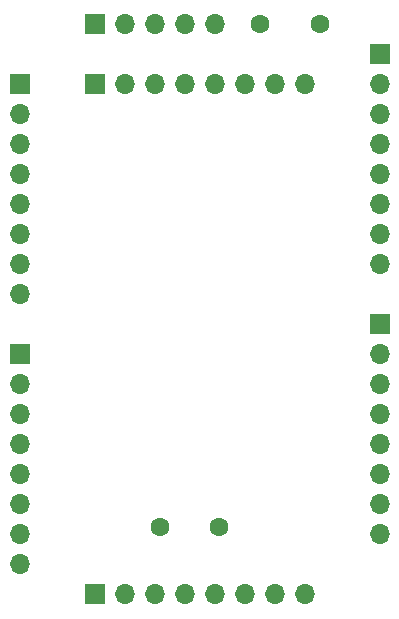
<source format=gbs>
G04 #@! TF.GenerationSoftware,KiCad,Pcbnew,7.0.7*
G04 #@! TF.CreationDate,2023-10-29T22:23:37+09:00*
G04 #@! TF.ProjectId,Pixy-mega128-0-sdram-hat,50697879-2d6d-4656-9761-3132382d302d,rev?*
G04 #@! TF.SameCoordinates,Original*
G04 #@! TF.FileFunction,Soldermask,Bot*
G04 #@! TF.FilePolarity,Negative*
%FSLAX46Y46*%
G04 Gerber Fmt 4.6, Leading zero omitted, Abs format (unit mm)*
G04 Created by KiCad (PCBNEW 7.0.7) date 2023-10-29 22:23:37*
%MOMM*%
%LPD*%
G01*
G04 APERTURE LIST*
%ADD10R,1.700000X1.700000*%
%ADD11O,1.700000X1.700000*%
%ADD12C,1.600000*%
G04 APERTURE END LIST*
D10*
G04 #@! TO.C,J8*
X34320000Y-25400000D03*
D11*
X36860000Y-25400000D03*
X39400000Y-25400000D03*
X41940000Y-25400000D03*
X44480000Y-25400000D03*
G04 #@! TD*
D10*
G04 #@! TO.C,J6*
X34290000Y-30480000D03*
D11*
X36830000Y-30480000D03*
X39370000Y-30480000D03*
X41910000Y-30480000D03*
X44450000Y-30480000D03*
X46990000Y-30480000D03*
X49530000Y-30480000D03*
X52070000Y-30480000D03*
G04 #@! TD*
D10*
G04 #@! TO.C,J5*
X27940000Y-30495000D03*
D11*
X27940000Y-33035000D03*
X27940000Y-35575000D03*
X27940000Y-38115000D03*
X27940000Y-40655000D03*
X27940000Y-43195000D03*
X27940000Y-45735000D03*
X27940000Y-48275000D03*
G04 #@! TD*
D10*
G04 #@! TO.C,J4*
X34290000Y-73660000D03*
D11*
X36830000Y-73660000D03*
X39370000Y-73660000D03*
X41910000Y-73660000D03*
X44450000Y-73660000D03*
X46990000Y-73660000D03*
X49530000Y-73660000D03*
X52070000Y-73660000D03*
G04 #@! TD*
D10*
G04 #@! TO.C,J3*
X58420000Y-50815000D03*
D11*
X58420000Y-53355000D03*
X58420000Y-55895000D03*
X58420000Y-58435000D03*
X58420000Y-60975000D03*
X58420000Y-63515000D03*
X58420000Y-66055000D03*
X58420000Y-68595000D03*
G04 #@! TD*
D10*
G04 #@! TO.C,J2*
X27940000Y-53340000D03*
D11*
X27940000Y-55880000D03*
X27940000Y-58420000D03*
X27940000Y-60960000D03*
X27940000Y-63500000D03*
X27940000Y-66040000D03*
X27940000Y-68580000D03*
X27940000Y-71120000D03*
G04 #@! TD*
D10*
G04 #@! TO.C,J1*
X58420000Y-27940000D03*
D11*
X58420000Y-30480000D03*
X58420000Y-33020000D03*
X58420000Y-35560000D03*
X58420000Y-38100000D03*
X58420000Y-40640000D03*
X58420000Y-43180000D03*
X58420000Y-45720000D03*
G04 #@! TD*
D12*
G04 #@! TO.C,C3*
X39823242Y-67945620D03*
X44823242Y-67945620D03*
G04 #@! TD*
G04 #@! TO.C,C2*
X48340000Y-25400000D03*
X53340000Y-25400000D03*
G04 #@! TD*
M02*

</source>
